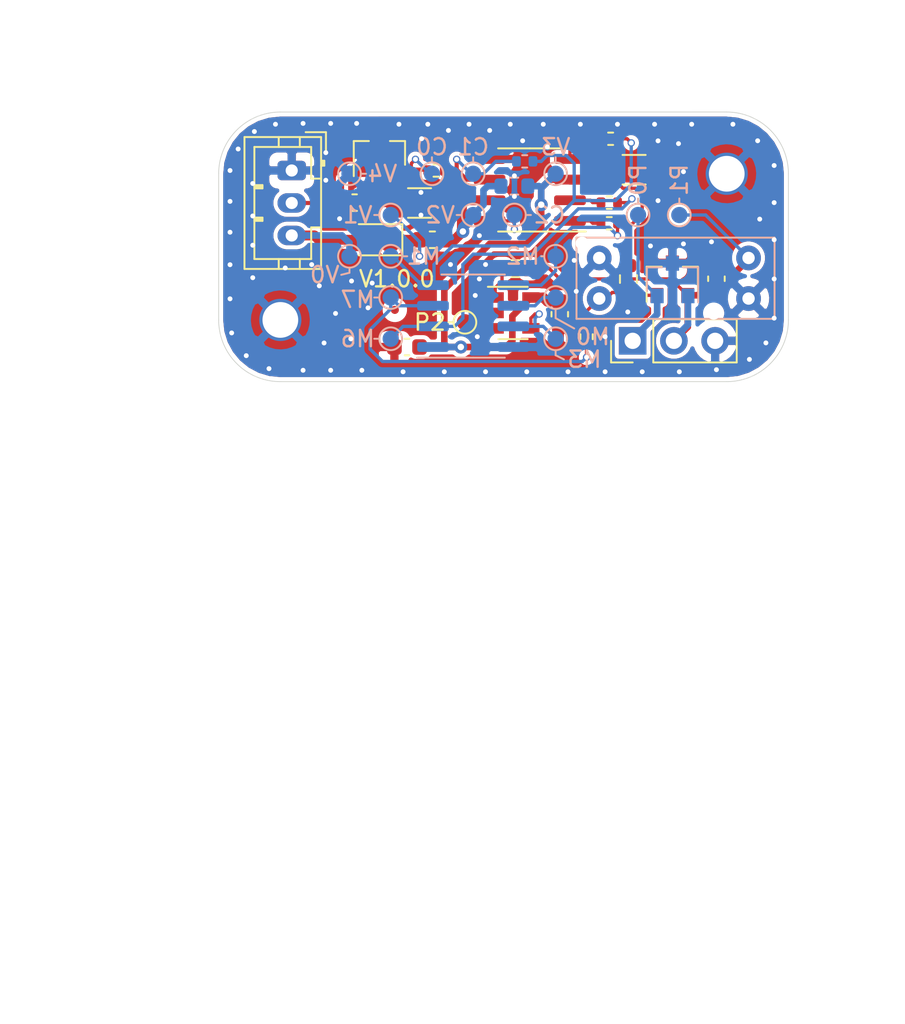
<source format=kicad_pcb>
(kicad_pcb (version 20171130) (host pcbnew "(5.1.9)-1")
  (layers (0 F.Cu signal) (31 B.Cu signal) (34 B.Paste user) (35 F.Paste user) (36 B.SilkS user) (37 F.SilkS user) (38 B.Mask user) (39 F.Mask user) (44 Edge.Cuts user))
  (net 0 "")
  (net 1 GND)
  (net 2 +5V)
  (net 3 PA7_AC0_AINP0)
  (net 4 PA1_USART0_TXD)
  (net 5 /OS_OUTPUT)
  (net 6 /OS_INPUT)
  (net 7 PA0_UPDI)
  (net 8 /VIN_FILT)
  (net 9 /LIN_IN)
  (net 10 /VIN)
  (net 11 /LIN_BUS)
  (net 12 "Net-(R3-Pad1)")
  (net 13 PA2_USART0_RXD)
  (net 14 PA6_GPIO)
  (net 15 PA3_TCA0_W0)
  (net 16 "Net-(D1-Pad1)")
  (net 17 "Net-(R2-Pad1)")
  (net 18 "Net-(R4-Pad2)")
  (net 19 "Net-(R8-Pad1)")
  (net 20 "Net-(TP8-Pad1)")
  (net 21 "Net-(TP17-Pad1)")
  (module Capacitor_SMD:C_1206_3216Metric (layer F.Cu) (at -6.299 -11.811)
    (fp_text reference C2 hide)
    (fp_text value 10u)
    (pad 2 smd roundrect (at 1.475 0) (size 1.15 1.8) (layers F.Cu F.Paste F.Mask) (roundrect_rratio 0.217391) (net 1 GND))
    (pad 1 smd roundrect (at -1.475 0) (size 1.15 1.8) (layers F.Cu F.Paste F.Mask) (roundrect_rratio 0.217391) (net 2 +5V))
  )
  (module Capacitor_SMD:C_1206_3216Metric (layer F.Cu) (at -19.516 -9.762 180)
    (fp_text reference C1 hide)
    (fp_text value 10u)
    (pad 2 smd roundrect (at 1.475 0 180) (size 1.15 1.8) (layers F.Cu F.Paste F.Mask) (roundrect_rratio 0.217391) (net 1 GND))
    (pad 1 smd roundrect (at -1.475 0 180) (size 1.15 1.8) (layers F.Cu F.Paste F.Mask) (roundrect_rratio 0.217391) (net 8 /VIN_FILT))
  )
  (module Connector_JST:JST_PH_B3B-PH-K_1x03_P2.00mm_Vertical (layer F.Cu) (at -27.391 -11.762 270)
    (fp_text reference J1 hide)
    (fp_text value Conn_01x03)
    (pad 3 thru_hole oval (at 4 0 270) (size 1.2 1.75) (drill 0.75) (layers *.Cu *.Mask) (net 10 /VIN))
    (pad 2 thru_hole oval (at 2 0 270) (size 1.2 1.75) (drill 0.75) (layers *.Cu *.Mask) (net 9 /LIN_IN))
    (pad 1 thru_hole roundrect (at 0 0 270) (size 1.2 1.75) (drill 0.75) (layers *.Cu *.Mask) (roundrect_rratio 0.208333) (net 1 GND))
  )
  (module Resistor_SMD:R_0603_1608Metric (layer B.Cu) (at -13.672 -10.8)
    (fp_text reference R9)
    (fp_text value 0 hide)
    (pad 2 smd roundrect (at 0.825 0) (size 0.8 0.95) (layers B.Cu B.Paste B.Mask) (net 2 +5V))
    (pad 1 smd roundrect (at -0.825 0) (size 0.8 0.95) (layers B.Cu B.Paste B.Mask) (net 8 /VIN_FILT))
  )
  (module Resistor_SMD:R_0402_1005Metric (layer B.Cu) (at -13.037 -12.324 180)
    (fp_text reference R1)
    (fp_text value 0 hide)
    (pad 2 smd roundrect (at 0.51 0 180) (size 0.54 0.64) (layers B.Cu B.Paste B.Mask) (net 11 /LIN_BUS))
    (pad 1 smd roundrect (at -0.51 0 180) (size 0.54 0.64) (layers B.Cu B.Paste B.Mask) (net 4 PA1_USART0_TXD))
  )
  (module local:EE-SX199 (layer B.Cu) (at 0.754 -6.378 180)
    (fp_text reference U1)
    (fp_text value EE-SX199 hide)
    (pad 4 thru_hole circle (at 9.2 0 180) (size 1.524 1.524) (drill 0.762) (layers *.Cu *.Mask) (net 1 GND))
    (pad 3 thru_hole circle (at 9.2 -2.5 180) (size 1.524 1.524) (drill 0.762) (layers *.Cu *.Mask) (net 6 /OS_INPUT))
    (pad 2 thru_hole circle (at 0 -2.5 180) (size 1.524 1.524) (drill 0.762) (layers *.Cu *.Mask) (net 1 GND))
    (pad 1 thru_hole circle (at 0 0 180) (size 1.524 1.524) (drill 0.762) (layers *.Cu *.Mask) (net 5 /OS_OUTPUT))
    (pad "" np_thru_hole circle (at 10.25 0.9 180) (size 0.8 0.8) (drill 0.8) (layers *.Cu *.Mask))
    (pad "" np_thru_hole circle (at 2.15 -3.4 180) (size 0.8 0.8) (drill 0.8) (layers *.Cu *.Mask))
  )
  (module TestPoint:TestPoint_Pad_D1.0mm (layer F.Cu) (at -16.72 -2.418)
    (fp_text reference TP17)
    (fp_text value P2 (at -2.159 0) (layer F.SilkS))
    (pad 1 smd circle (at 0 0) (size 1 1) (layers F.Cu F.Mask) (net 21 "Net-(TP17-Pad1)"))
  )
  (module TestPoint:TestPoint_Pad_D1.0mm (layer B.Cu) (at -13.672 -9.022)
    (fp_text reference TP8)
    (fp_text value C2 (at 2.159 0) (layer B.SilkS) (effects (justify mirror)))
    (pad 1 smd circle (at 0 0) (size 1 1) (layers B.Cu B.Mask) (net 20 "Net-(TP8-Pad1)"))
  )
  (module Package_TO_SOT_SMD:SOT-23-5 (layer F.Cu) (at -13.756 -2.992)
    (fp_text reference U5)
    (fp_text value AP22804AW5 hide)
    (pad 5 smd rect (at 1.1 -0.95) (size 1.06 0.65) (layers F.Cu F.Paste F.Mask) (net 2 +5V))
    (pad 4 smd rect (at 1.1 0.95) (size 1.06 0.65) (layers F.Cu F.Paste F.Mask) (net 15 PA3_TCA0_W0))
    (pad 3 smd rect (at -1.1 0.95) (size 1.06 0.65) (layers F.Cu F.Paste F.Mask) (net 21 "Net-(TP17-Pad1)"))
    (pad 2 smd rect (at -1.1 0) (size 1.06 0.65) (layers F.Cu F.Paste F.Mask) (net 1 GND))
    (pad 1 smd rect (at -1.1 -0.95) (size 1.06 0.65) (layers F.Cu F.Paste F.Mask) (net 19 "Net-(R8-Pad1)"))
  )
  (module TestPoint:TestPoint_Pad_D1.0mm (layer B.Cu) (at -11.132 -11.562)
    (fp_text reference TP4)
    (fp_text value V3 (at 0 -1.651) (layer B.SilkS) (effects (justify mirror)))
    (pad 1 smd circle (at 0 0) (size 1 1) (layers B.Cu B.Mask) (net 2 +5V))
  )
  (module TestPoint:TestPoint_Pad_D1.0mm (layer B.Cu) (at -16.212 -11.562)
    (fp_text reference TP7)
    (fp_text value C1 (at 0 -1.651) (layer B.SilkS) (effects (justify mirror)))
    (pad 1 smd circle (at 0 0) (size 1 1) (layers B.Cu B.Mask) (net 11 /LIN_BUS))
  )
  (module Resistor_SMD:R_0402_1005Metric (layer F.Cu) (at -9.227 -1.527 270)
    (fp_text reference R7)
    (fp_text value 0 hide)
    (pad 2 smd roundrect (at 0.51 0 270) (size 0.54 0.64) (layers F.Cu F.Paste F.Mask) (net 3 PA7_AC0_AINP0))
    (pad 1 smd roundrect (at -0.51 0 270) (size 0.54 0.64) (layers F.Cu F.Paste F.Mask) (net 6 /OS_INPUT))
  )
  (module Resistor_SMD:R_0402_1005Metric (layer F.Cu) (at -7.828 -9.784 180)
    (fp_text reference R4)
    (fp_text value 0 hide)
    (pad 2 smd roundrect (at 0.51 0 180) (size 0.54 0.64) (layers F.Cu F.Paste F.Mask) (net 18 "Net-(R4-Pad2)"))
    (pad 1 smd roundrect (at -0.51 0 180) (size 0.54 0.64) (layers F.Cu F.Paste F.Mask) (net 14 PA6_GPIO))
  )
  (module Resistor_SMD:R_0402_1005Metric (layer F.Cu) (at -7.743 -13.716)
    (fp_text reference R3)
    (fp_text value 0 hide)
    (pad 2 smd roundrect (at 0.51 0) (size 0.54 0.64) (layers F.Cu F.Paste F.Mask) (net 4 PA1_USART0_TXD))
    (pad 1 smd roundrect (at -0.51 0) (size 0.54 0.64) (layers F.Cu F.Paste F.Mask) (net 12 "Net-(R3-Pad1)"))
  )
  (module Resistor_SMD:R_0402_1005Metric (layer F.Cu) (at -7.828 -8.514)
    (fp_text reference R2)
    (fp_text value 0 hide)
    (pad 2 smd roundrect (at 0.51 0) (size 0.54 0.64) (layers F.Cu F.Paste F.Mask) (net 13 PA2_USART0_RXD))
    (pad 1 smd roundrect (at -0.51 0) (size 0.54 0.64) (layers F.Cu F.Paste F.Mask) (net 17 "Net-(R2-Pad1)"))
  )
  (module Resistor_SMD:R_0402_1005Metric (layer F.Cu) (at -18.501 -11.762 180)
    (fp_text reference R5)
    (fp_text value 0 hide)
    (pad 2 smd roundrect (at 0.51 0 180) (size 0.54 0.64) (layers F.Cu F.Paste F.Mask) (net 9 /LIN_IN))
    (pad 1 smd roundrect (at -0.51 0 180) (size 0.54 0.64) (layers F.Cu F.Paste F.Mask) (net 11 /LIN_BUS))
  )
  (module MountingHole:MountingHole_2.2mm_M2_DIN965_Pad_TopOnly (layer F.Cu) (at -0.591 -11.562)
    (fp_text reference H2)
    (fp_text value MountingHole_Pad hide)
    (pad 1 connect circle (at 0 0) (size 3.8 3.8) (layers F.Cu F.Mask) (net 1 GND))
    (pad 1 thru_hole circle (at 0 0) (size 2.6 2.6) (drill 2.2) (layers *.Cu *.Mask) (net 1 GND))
  )
  (module MountingHole:MountingHole_2.2mm_M2_DIN965_Pad_TopOnly (layer F.Cu) (at -28.091 -2.562)
    (fp_text reference H1)
    (fp_text value MountingHole_Pad hide)
    (pad 1 connect circle (at 0 0) (size 3.8 3.8) (layers F.Cu F.Mask) (net 1 GND))
    (pad 1 thru_hole circle (at 0 0) (size 2.6 2.6) (drill 2.2) (layers *.Cu *.Mask) (net 1 GND))
  )
  (module Capacitor_SMD:C_0603_1608Metric (layer F.Cu) (at -10.878 -2.913 90)
    (fp_text reference C5)
    (fp_text value 100n hide)
    (pad 2 smd roundrect (at 0.775 0 90) (size 0.9 0.95) (layers F.Cu F.Paste F.Mask) (net 2 +5V))
    (pad 1 smd roundrect (at -0.775 0 90) (size 0.9 0.95) (layers F.Cu F.Paste F.Mask) (net 1 GND))
  )
  (module Capacitor_SMD:C_0603_1608Metric (layer F.Cu) (at -23.516 -9.784)
    (fp_text reference C3)
    (fp_text value 22p hide)
    (pad 2 smd roundrect (at 0.775 0) (size 0.9 0.95) (layers F.Cu F.Paste F.Mask) (net 1 GND))
    (pad 1 smd roundrect (at -0.775 0) (size 0.9 0.95) (layers F.Cu F.Paste F.Mask) (net 9 /LIN_IN))
  )
  (module Package_SO:SOIC-8_3.9x4.9mm_P1.27mm (layer F.Cu) (at -12.725 -10.565 180)
    (fp_text reference U2)
    (fp_text value MCP2021A-xxxxSN hide)
    (pad 8 smd roundrect (at 2.475 -1.905 180) (size 1.95 0.6) (layers F.Cu F.Paste F.Mask) (net 20 "Net-(TP8-Pad1)"))
    (pad 7 smd roundrect (at 2.475 -0.635 180) (size 1.95 0.6) (layers F.Cu F.Paste F.Mask) (net 8 /VIN_FILT))
    (pad 6 smd roundrect (at 2.475 0.635 180) (size 1.95 0.6) (layers F.Cu F.Paste F.Mask) (net 11 /LIN_BUS))
    (pad 5 smd roundrect (at 2.475 1.905 180) (size 1.95 0.6) (layers F.Cu F.Paste F.Mask) (net 1 GND))
    (pad 4 smd roundrect (at -2.475 1.905 180) (size 1.95 0.6) (layers F.Cu F.Paste F.Mask) (net 12 "Net-(R3-Pad1)"))
    (pad 3 smd roundrect (at -2.475 0.635 180) (size 1.95 0.6) (layers F.Cu F.Paste F.Mask) (net 2 +5V))
    (pad 2 smd roundrect (at -2.475 -0.635 180) (size 1.95 0.6) (layers F.Cu F.Paste F.Mask) (net 18 "Net-(R4-Pad2)"))
    (pad 1 smd roundrect (at -2.475 -1.905 180) (size 1.95 0.6) (layers F.Cu F.Paste F.Mask) (net 17 "Net-(R2-Pad1)"))
  )
  (module Fiducial:Fiducial_0.5mm_Mask1.5mm (layer F.Cu) (at -3.512 -9.022)
    (fp_text reference FID1)
    (fp_text value Fiducial hide)
    (pad "" smd circle (at 0 0) (size 0.5 0.5) (layers F.Cu F.Mask) (clearance 0.5))
  )
  (module Fiducial:Fiducial_0.5mm_Mask1.5mm (layer F.Cu) (at -21.038 -3.18)
    (fp_text reference FID2)
    (fp_text value Fiducial hide)
    (pad "" smd circle (at 0 0) (size 0.5 0.5) (layers F.Cu F.Mask) (clearance 0.5))
  )
  (module TestPoint:TestPoint_Pad_D1.0mm (layer B.Cu) (at -3.512 -9.022 180)
    (fp_text reference TP16)
    (fp_text value P1 (at 0 2.159 90) (layer B.SilkS) (effects (justify mirror)))
    (pad 1 smd circle (at 0 0 180) (size 1 1) (layers B.Cu B.Mask) (net 5 /OS_OUTPUT))
  )
  (module TestPoint:TestPoint_Pad_D1.0mm (layer B.Cu) (at -6.052 -9.022)
    (fp_text reference TP14)
    (fp_text value P0 (at 0 -2.159 270) (layer B.SilkS) (effects (justify mirror)))
    (pad 1 smd circle (at 0 0) (size 1 1) (layers B.Cu B.Mask) (net 6 /OS_INPUT))
  )
  (module TestPoint:TestPoint_Pad_D1.0mm (layer B.Cu) (at -21.292 -3.942)
    (fp_text reference TP15)
    (fp_text value M7 (at -2.032 0.127) (layer B.SilkS) (effects (justify mirror)))
    (pad 1 smd circle (at 0 0) (size 1 1) (layers B.Cu B.Mask) (net 3 PA7_AC0_AINP0))
  )
  (module TestPoint:TestPoint_Pad_D1.0mm (layer B.Cu) (at -21.292 -1.402)
    (fp_text reference TP13)
    (fp_text value M6 (at -2.032 0 180) (layer B.SilkS) (effects (justify mirror)))
    (pad 1 smd circle (at 0 0) (size 1 1) (layers B.Cu B.Mask) (net 14 PA6_GPIO))
  )
  (module TestPoint:TestPoint_Pad_D1.0mm (layer B.Cu) (at -11.132 -1.402)
    (fp_text reference TP12)
    (fp_text value M3 (at 1.778 1.27 180) (layer B.SilkS) (effects (justify mirror)))
    (pad 1 smd circle (at 0 0) (size 1 1) (layers B.Cu B.Mask) (net 15 PA3_TCA0_W0))
  )
  (module TestPoint:TestPoint_Pad_D1.0mm (layer B.Cu) (at -11.132 -6.482)
    (fp_text reference TP11)
    (fp_text value M2 (at -2.032 0) (layer B.SilkS) (effects (justify mirror)))
    (pad 1 smd circle (at 0 0) (size 1 1) (layers B.Cu B.Mask) (net 13 PA2_USART0_RXD))
  )
  (module TestPoint:TestPoint_Pad_D1.0mm (layer B.Cu) (at -21.292 -6.482)
    (fp_text reference TP10)
    (fp_text value M1 (at 2.032 0) (layer B.SilkS) (effects (justify mirror)))
    (pad 1 smd circle (at 0 0) (size 1 1) (layers B.Cu B.Mask) (net 4 PA1_USART0_TXD))
  )
  (module TestPoint:TestPoint_Pad_D1.0mm (layer B.Cu) (at -11.132 -3.942)
    (fp_text reference TP9)
    (fp_text value M0 (at 2.286 2.413 180) (layer B.SilkS) (effects (justify mirror)))
    (pad 1 smd circle (at 0 0) (size 1 1) (layers B.Cu B.Mask) (net 7 PA0_UPDI))
  )
  (module TestPoint:TestPoint_Pad_D1.0mm (layer B.Cu) (at -23.832 -11.562)
    (fp_text reference TP5)
    (fp_text value V4 (at 2.032 0) (layer B.SilkS) (effects (justify mirror)))
    (pad 1 smd circle (at 0 0) (size 1 1) (layers B.Cu B.Mask) (net 1 GND))
  )
  (module TestPoint:TestPoint_Pad_D1.0mm (layer B.Cu) (at -16.212 -9.022)
    (fp_text reference TP3)
    (fp_text value V2 (at -2.032 0) (layer B.SilkS) (effects (justify mirror)))
    (pad 1 smd circle (at 0 0) (size 1 1) (layers B.Cu B.Mask) (net 8 /VIN_FILT))
  )
  (module TestPoint:TestPoint_Pad_D1.0mm (layer B.Cu) (at -18.752 -11.562)
    (fp_text reference TP6)
    (fp_text value C0 (at 0 -1.651 180) (layer B.SilkS) (effects (justify mirror)))
    (pad 1 smd circle (at 0 0) (size 1 1) (layers B.Cu B.Mask) (net 9 /LIN_IN))
  )
  (module TestPoint:TestPoint_Pad_D1.0mm (layer B.Cu) (at -21.292 -9.022)
    (fp_text reference TP2)
    (fp_text value V1 (at -2.032 0 180) (layer B.SilkS) (effects (justify mirror)))
    (pad 1 smd circle (at 0 0) (size 1 1) (layers B.Cu B.Mask) (net 16 "Net-(D1-Pad1)"))
  )
  (module TestPoint:TestPoint_Pad_D1.0mm (layer B.Cu) (at -23.832 -6.482)
    (fp_text reference TP1)
    (fp_text value V0 (at -1.524 1.143) (layer B.SilkS) (effects (justify mirror)))
    (pad 1 smd circle (at 0 0) (size 1 1) (layers B.Cu B.Mask) (net 10 /VIN))
  )
  (module Package_SO:SOIC-8_3.9x4.9mm_P1.27mm (layer B.Cu) (at -16.212 -2.799)
    (fp_text reference U4)
    (fp_text value ATtiny202-SS hide)
    (pad 8 smd roundrect (at 2.475 1.905) (size 1.95 0.6) (layers B.Cu B.Paste B.Mask) (net 1 GND))
    (pad 7 smd roundrect (at 2.475 0.635) (size 1.95 0.6) (layers B.Cu B.Paste B.Mask) (net 15 PA3_TCA0_W0))
    (pad 6 smd roundrect (at 2.475 -0.635) (size 1.95 0.6) (layers B.Cu B.Paste B.Mask) (net 7 PA0_UPDI))
    (pad 5 smd roundrect (at 2.475 -1.905) (size 1.95 0.6) (layers B.Cu B.Paste B.Mask) (net 13 PA2_USART0_RXD))
    (pad 4 smd roundrect (at -2.475 -1.905) (size 1.95 0.6) (layers B.Cu B.Paste B.Mask) (net 4 PA1_USART0_TXD))
    (pad 3 smd roundrect (at -2.475 -0.635) (size 1.95 0.6) (layers B.Cu B.Paste B.Mask) (net 3 PA7_AC0_AINP0))
    (pad 2 smd roundrect (at -2.475 0.635) (size 1.95 0.6) (layers B.Cu B.Paste B.Mask) (net 14 PA6_GPIO))
    (pad 1 smd roundrect (at -2.475 1.905) (size 1.95 0.6) (layers B.Cu B.Paste B.Mask) (net 2 +5V))
  )
  (module Package_TO_SOT_SMD:SOT-23 (layer F.Cu) (at -3.946 -5.078 90)
    (fp_text reference D3)
    (fp_text value SP0502BAHT hide)
    (pad 3 smd rect (at 1 0 90) (size 0.9 0.8) (layers F.Cu F.Paste F.Mask) (net 1 GND))
    (pad 2 smd rect (at -1 0.95 90) (size 0.9 0.8) (layers F.Cu F.Paste F.Mask) (net 5 /OS_OUTPUT))
    (pad 1 smd rect (at -1 -0.95 90) (size 0.9 0.8) (layers F.Cu F.Paste F.Mask) (net 6 /OS_INPUT))
  )
  (module Package_TO_SOT_SMD:SOT-23 (layer B.Cu) (at -3.928 -5.04 90)
    (fp_text reference U3)
    (fp_text value SM351LT hide)
    (pad 3 smd rect (at 1 0 90) (size 0.9 0.8) (layers B.Cu B.Paste B.Mask) (net 1 GND))
    (pad 2 smd rect (at -1 -0.95 90) (size 0.9 0.8) (layers B.Cu B.Paste B.Mask) (net 6 /OS_INPUT))
    (pad 1 smd rect (at -1 0.95 90) (size 0.9 0.8) (layers B.Cu B.Paste B.Mask) (net 5 /OS_OUTPUT))
  )
  (module Resistor_SMD:R_0603_1608Metric (layer F.Cu) (at -13.609 -5.72)
    (fp_text reference R8)
    (fp_text value 100 hide)
    (pad 2 smd roundrect (at 0.825 0) (size 0.8 0.95) (layers F.Cu F.Paste F.Mask) (net 5 /OS_OUTPUT))
    (pad 1 smd roundrect (at -0.825 0) (size 0.8 0.95) (layers F.Cu F.Paste F.Mask) (net 19 "Net-(R8-Pad1)"))
  )
  (module Resistor_SMD:R_0603_1608Metric (layer F.Cu) (at -6.646 -5.078 90)
    (fp_text reference R6)
    (fp_text value 1k hide)
    (pad 2 smd roundrect (at 0.825 0 90) (size 0.8 0.95) (layers F.Cu F.Paste F.Mask) (net 2 +5V))
    (pad 1 smd roundrect (at -0.825 0 90) (size 0.8 0.95) (layers F.Cu F.Paste F.Mask) (net 6 /OS_INPUT))
  )
  (module Inductor_SMD:L_0603_1608Metric (layer F.Cu) (at -18.7265 -7.498)
    (fp_text reference L1)
    (fp_text value 10uH hide)
    (pad 2 smd roundrect (at 0.7875 0) (size 0.875 0.95) (layers F.Cu F.Paste F.Mask) (net 8 /VIN_FILT))
    (pad 1 smd roundrect (at -0.7875 0) (size 0.875 0.95) (layers F.Cu F.Paste F.Mask) (net 16 "Net-(D1-Pad1)"))
  )
  (module Connector_PinHeader_2.54mm:PinHeader_1x03_P2.54mm_Vertical (layer F.Cu) (at -6.386 -1.275 90)
    (fp_text reference J2)
    (fp_text value Conn_01x03 hide)
    (pad 3 thru_hole oval (at 0 5.08 90) (size 1.7 1.7) (drill 1) (layers *.Cu *.Mask) (net 1 GND))
    (pad 2 thru_hole oval (at 0 2.54 90) (size 1.7 1.7) (drill 1) (layers *.Cu *.Mask) (net 5 /OS_OUTPUT))
    (pad 1 thru_hole rect (at 0 0 90) (size 1.7 1.7) (drill 1) (layers *.Cu *.Mask) (net 6 /OS_INPUT))
  )
  (module Diode_SMD:D_0805_2012Metric (layer F.Cu) (at -22.2595 -7.498 180)
    (fp_text reference D1)
    (fp_text value D hide)
    (pad 2 smd roundrect (at 0.9375 0 180) (size 0.975 1.4) (layers F.Cu F.Paste F.Mask) (net 10 /VIN))
    (pad 1 smd roundrect (at -0.9375 0 180) (size 0.975 1.4) (layers F.Cu F.Paste F.Mask) (net 16 "Net-(D1-Pad1)"))
  )
  (module Package_TO_SOT_SMD:SOT-23 (layer F.Cu) (at -21.988 -12.816 90)
    (fp_text reference D2)
    (fp_text value SP0502BAHT hide)
    (pad 3 smd rect (at 1 0 90) (size 0.9 0.8) (layers F.Cu F.Paste F.Mask) (net 1 GND))
    (pad 2 smd rect (at -1 0.95 90) (size 0.9 0.8) (layers F.Cu F.Paste F.Mask) (net 9 /LIN_IN))
    (pad 1 smd rect (at -1 -0.95 90) (size 0.9 0.8) (layers F.Cu F.Paste F.Mask) (net 9 /LIN_IN))
  )
  (module Capacitor_SMD:C_0603_1608Metric (layer F.Cu) (at -1.226 -5.098 90)
    (fp_text reference C6)
    (fp_text value 100n hide)
    (pad 2 smd roundrect (at 0.775 0 90) (size 0.9 0.95) (layers F.Cu F.Paste F.Mask) (net 1 GND))
    (pad 1 smd roundrect (at -0.775 0 90) (size 0.9 0.95) (layers F.Cu F.Paste F.Mask) (net 5 /OS_OUTPUT))
  )
  (module Capacitor_SMD:C_0603_1608Metric (layer F.Cu) (at -20.289 -0.894 180)
    (fp_text reference C4)
    (fp_text value 100n hide)
    (pad 2 smd roundrect (at 0.775 0 180) (size 0.9 0.95) (layers F.Cu F.Paste F.Mask) (net 1 GND))
    (pad 1 smd roundrect (at -0.775 0 180) (size 0.9 0.95) (layers F.Cu F.Paste F.Mask) (net 2 +5V))
  )
  (gr_line (start 3.209 -11.562) (end 3.210316 -2.562) (layer Edge.Cuts) (width 0.05))
  (gr_line (start -31.892316 -11.562) (end -31.891 -2.562) (layer Edge.Cuts) (width 0.05))
  (gr_line (start -28.091 1.238) (end -0.591 1.238) (layer Edge.Cuts) (width 0.05))
  (gr_arc (start -0.591 -2.562) (end -0.591 1.238) (angle -90) (layer Edge.Cuts) (width 0.05))
  (gr_arc (start -28.091 -11.562) (end -28.091 -15.362) (angle -90) (layer Edge.Cuts) (width 0.05))
  (gr_arc (start -28.091 -2.562) (end -31.891 -2.562) (angle -90) (layer Edge.Cuts) (width 0.05))
  (gr_arc (start -0.591 -11.562) (end 3.209 -11.562) (angle -90) (layer Edge.Cuts) (width 0.05))
  (gr_line (start -17.42 -2.418) (end -17.736 -2.418) (layer F.SilkS) (width 0.12))
  (gr_line (start -21.992 -1.402) (end -22.308 -1.402) (layer B.SilkS) (width 0.12))
  (gr_line (start -21.992 -3.942) (end -22.308 -3.942) (layer B.SilkS) (width 0.12))
  (gr_line (start -11.132 -12.262) (end -11.132 -12.578) (layer B.SilkS) (width 0.12))
  (gr_line (start -12.656 -9.022) (end -12.972 -9.022) (layer B.SilkS) (width 0.12))
  (gr_line (start -16.212 -12.262) (end -16.212 -12.578) (layer B.SilkS) (width 0.12))
  (gr_line (start -18.752 -12.262) (end -18.752 -12.578) (layer B.SilkS) (width 0.12))
  (gr_line (start -23.132 -11.562) (end -22.816 -11.562) (layer B.SilkS) (width 0.12))
  (gr_line (start -21.992 -9.022) (end -22.308 -9.022) (layer B.SilkS) (width 0.12))
  (gr_line (start -16.912 -9.022) (end -17.228 -9.022) (layer B.SilkS) (width 0.12))
  (gr_line (start -23.832 -5.466) (end -24.34 -5.339) (layer B.SilkS) (width 0.12))
  (gr_line (start -23.832 -5.782) (end -23.832 -5.466) (layer B.SilkS) (width 0.12))
  (gr_line (start -20.592 -6.482) (end -20.276 -6.482) (layer B.SilkS) (width 0.12))
  (gr_line (start -6.052 -9.722) (end -6.052 -10.038) (layer B.SilkS) (width 0.12))
  (gr_line (start -3.512 -9.722) (end -3.512 -10.038) (layer B.SilkS) (width 0.12))
  (gr_line (start -11.132 -0.386) (end -10.624 -0.132) (layer B.SilkS) (width 0.12))
  (gr_line (start -11.132 -0.702) (end -11.132 -0.386) (layer B.SilkS) (width 0.12))
  (gr_line (start -11.832 -6.482) (end -12.021 -6.482) (layer B.SilkS) (width 0.12))
  (gr_line (start -11.132 -2.672) (end -9.989 -2.037) (layer B.SilkS) (width 0.12))
  (gr_line (start -11.132 -3.242) (end -11.132 -2.672) (layer B.SilkS) (width 0.12))
  (gr_line (start -28.091 -15.362) (end -0.591 -15.363316) (layer Edge.Cuts) (width 0.05))
  (gr_text V1.0.0 (at -20.911 -5.085) (layer F.SilkS) (effects (font (size 1 1))))
  (via (at -16.085 -4.069) (size 0.45) (drill 0.3) (layers F.Cu B.Cu) (net 1))
  (via (at -15.831 -5.085) (size 0.45) (drill 0.3) (layers F.Cu B.Cu) (net 1))
  (via (at -10.37 0.63) (size 0.45) (drill 0.3) (layers F.Cu B.Cu) (net 1))
  (via (at -15.45 0.63) (size 0.45) (drill 0.3) (layers F.Cu B.Cu) (net 1))
  (via (at -15.958 -1.529) (size 0.45) (drill 0.3) (layers F.Cu B.Cu) (net 1))
  (via (at -12.91 0.63) (size 0.45) (drill 0.3) (layers F.Cu B.Cu) (net 1))
  (via (at -23.07 0.538) (size 0.45) (drill 0.3) (layers F.Cu B.Cu) (net 1))
  (via (at -22.689 -3.307) (size 0.45) (drill 0.3) (layers F.Cu B.Cu) (net 1))
  (via (at -23.705 -4.958) (size 0.45) (drill 0.3) (layers F.Cu B.Cu) (net 1))
  (via (at -25.691 -4.662) (size 0.45) (drill 0.3) (layers F.Cu B.Cu) (net 1))
  (via (at -24.4416 -8.7934) (size 0.45) (drill 0.3) (layers F.Cu B.Cu) (net 1))
  (via (at -23.391 -14.662) (size 0.45) (drill 0.3) (layers F.Cu B.Cu) (net 1))
  (via (at -19.387 -13.721) (size 0.45) (drill 0.3) (layers F.Cu B.Cu) (net 1))
  (via (at -17.736 -14.229) (size 0.45) (drill 0.3) (layers F.Cu B.Cu) (net 1))
  (via (at -15.196 -14.229) (size 0.45) (drill 0.3) (layers F.Cu B.Cu) (net 1))
  (via (at -11.894 -14.61) (size 0.45) (drill 0.3) (layers F.Cu B.Cu) (net 1))
  (via (at -9.608 -14.61) (size 0.45) (drill 0.3) (layers F.Cu B.Cu) (net 1))
  (via (at -7.322 -14.61) (size 0.45) (drill 0.3) (layers F.Cu B.Cu) (net 1))
  (via (at -4.824 -13.589) (size 0.45) (drill 0.3) (layers F.Cu B.Cu) (net 1))
  (via (at -4.824 -9.906) (size 0.45) (drill 0.3) (layers F.Cu B.Cu) (net 1))
  (via (at -3.258 -11.689) (size 0.45) (drill 0.3) (layers F.Cu B.Cu) (net 1))
  (via (at 1.314 -13.594) (size 0.45) (drill 0.3) (layers F.Cu B.Cu) (net 1))
  (via (at -0.21 -14.61) (size 0.45) (drill 0.3) (layers F.Cu B.Cu) (net 1))
  (via (at 1.441 -8.768) (size 0.45) (drill 0.3) (layers F.Cu B.Cu) (net 1))
  (via (at 2.33 -7.498) (size 0.45) (drill 0.3) (layers F.Cu B.Cu) (net 1))
  (via (at 2.33 -5.085) (size 0.45) (drill 0.3) (layers F.Cu B.Cu) (net 1))
  (via (at 2.33 -2.672) (size 0.45) (drill 0.3) (layers F.Cu B.Cu) (net 1))
  (via (at 1.822 -1.148) (size 0.45) (drill 0.3) (layers F.Cu B.Cu) (net 1))
  (via (at 0.806 -0.132) (size 0.45) (drill 0.3) (layers F.Cu B.Cu) (net 1))
  (via (at -1.226 0.503) (size 0.45) (drill 0.3) (layers F.Cu B.Cu) (net 1))
  (via (at -5.798 0.63) (size 0.45) (drill 0.3) (layers F.Cu B.Cu) (net 1))
  (via (at -8.084 0.63) (size 0.45) (drill 0.3) (layers F.Cu B.Cu) (net 1))
  (via (at -9.989 -6.228) (size 0.45) (drill 0.3) (layers F.Cu B.Cu) (net 1))
  (via (at -9.862 -4.323) (size 0.45) (drill 0.3) (layers F.Cu B.Cu) (net 1))
  (via (at -17.609 -5.974) (size 0.45) (drill 0.3) (layers F.Cu B.Cu) (net 1))
  (via (at -13.672 -11.435) (size 0.45) (drill 0.3) (layers F.Cu B.Cu) (net 1))
  (via (at -11.64 -13.213) (size 0.45) (drill 0.3) (layers F.Cu B.Cu) (net 1))
  (via (at -5.29 -7.117) (size 0.45) (drill 0.3) (layers F.Cu B.Cu) (net 1))
  (via (at -3.258 -7.244) (size 0.45) (drill 0.3) (layers F.Cu B.Cu) (net 1))
  (via (at 2.33 -12.07) (size 0.45) (drill 0.3) (layers F.Cu B.Cu) (net 1))
  (via (at -29.791 -5.162) (size 0.45) (drill 0.3) (layers F.Cu B.Cu) (net 1))
  (via (at -26.16 -5.969) (size 0.45) (drill 0.3) (layers F.Cu B.Cu) (net 1))
  (via (at -25.398 -1.143) (size 0.45) (drill 0.3) (layers F.Cu B.Cu) (net 1))
  (via (at -24.991 0.538) (size 0.45) (drill 0.3) (layers F.Cu B.Cu) (net 1))
  (via (at -24.991 -14.662) (size 0.45) (drill 0.3) (layers F.Cu B.Cu) (net 1))
  (via (at -31.191 -11.762) (size 0.45) (drill 0.3) (layers F.Cu B.Cu) (net 1))
  (via (at -30.691 -13.086) (size 0.45) (drill 0.3) (layers F.Cu B.Cu) (net 1))
  (via (at -23.747 -1.397) (size 0.45) (drill 0.3) (layers F.Cu B.Cu) (net 1))
  (via (at -22.435 -4.831) (size 0.45) (drill 0.3) (layers F.Cu B.Cu) (net 1))
  (via (at -24.691 -2.962) (size 0.45) (drill 0.3) (layers F.Cu B.Cu) (net 1))
  (via (at -29.691 -14.162) (size 0.45) (drill 0.3) (layers F.Cu B.Cu) (net 1))
  (via (at -28.391 -14.61) (size 0.45) (drill 0.3) (layers F.Cu B.Cu) (net 1))
  (via (at -26.691 -14.662) (size 0.45) (drill 0.3) (layers F.Cu B.Cu) (net 1))
  (via (at -20.784 -14.61) (size 0.45) (drill 0.3) (layers F.Cu B.Cu) (net 1))
  (via (at -19.006 -14.61) (size 0.45) (drill 0.3) (layers F.Cu B.Cu) (net 1))
  (via (at -16.466 -14.61) (size 0.45) (drill 0.3) (layers F.Cu B.Cu) (net 1))
  (via (at -13.926 -14.61) (size 0.45) (drill 0.3) (layers F.Cu B.Cu) (net 1))
  (via (at -5.036 -14.61) (size 0.45) (drill 0.3) (layers F.Cu B.Cu) (net 1))
  (via (at -2.75 -14.61) (size 0.45) (drill 0.3) (layers F.Cu B.Cu) (net 1))
  (via (at 2.33 -9.784) (size 0.45) (drill 0.3) (layers F.Cu B.Cu) (net 1))
  (via (at -3.512 0.63) (size 0.45) (drill 0.3) (layers F.Cu B.Cu) (net 1))
  (via (at -17.99 0.63) (size 0.45) (drill 0.3) (layers F.Cu B.Cu) (net 1))
  (via (at -20.53 0.63) (size 0.45) (drill 0.3) (layers F.Cu B.Cu) (net 1))
  (via (at -25.291 -12.862) (size 0.45) (drill 0.3) (layers F.Cu B.Cu) (net 1))
  (via (at -25.291 -11.162) (size 0.45) (drill 0.3) (layers F.Cu B.Cu) (net 1))
  (via (at -1.5308 -7.371) (size 0.45) (drill 0.3) (layers F.Cu B.Cu) (net 1))
  (via (at -3.5628 -13.4162) (size 0.45) (drill 0.3) (layers F.Cu B.Cu) (net 1))
  (via (at -8.084 -1.529) (size 0.45) (drill 0.3) (layers F.Cu B.Cu) (net 1))
  (via (at -6.687 -3.053) (size 0.45) (drill 0.3) (layers F.Cu B.Cu) (net 1))
  (via (at -15.831 -7.752) (size 0.45) (drill 0.3) (layers F.Cu B.Cu) (net 1))
  (via (at -15.45 -5.974) (size 0.45) (drill 0.3) (layers F.Cu B.Cu) (net 1))
  (via (at -13.164 -13.594) (size 0.45) (drill 0.3) (layers F.Cu B.Cu) (net 1))
  (via (at -13.672 -10.165) (size 0.45) (drill 0.3) (layers F.Cu B.Cu) (net 1))
  (via (at -31.191 -9.862) (size 0.45) (drill 0.3) (layers F.Cu B.Cu) (net 1))
  (via (at -31.191 -7.962) (size 0.45) (drill 0.3) (layers F.Cu B.Cu) (net 1))
  (via (at -31.191 -5.962) (size 0.45) (drill 0.3) (layers F.Cu B.Cu) (net 1))
  (via (at -31.191 -3.862) (size 0.45) (drill 0.3) (layers F.Cu B.Cu) (net 1))
  (via (at -31.091 -1.762) (size 0.45) (drill 0.3) (layers F.Cu B.Cu) (net 1))
  (via (at -30.191 -0.362) (size 0.45) (drill 0.3) (layers F.Cu B.Cu) (net 1))
  (via (at -28.791 0.438) (size 0.45) (drill 0.3) (layers F.Cu B.Cu) (net 1))
  (via (at -26.691 0.538) (size 0.45) (drill 0.3) (layers F.Cu B.Cu) (net 1))
  (via (at -29.791 -7.162) (size 0.45) (drill 0.3) (layers F.Cu B.Cu) (net 1))
  (via (at -29.791 -8.962) (size 0.45) (drill 0.3) (layers F.Cu B.Cu) (net 1))
  (via (at -29.791 -10.962) (size 0.45) (drill 0.3) (layers F.Cu B.Cu) (net 1))
  (via (at -27.791 -5.762) (size 0.45) (drill 0.3) (layers F.Cu B.Cu) (net 1))
  (segment (start -12.656 -3.942) (end -11.894 -3.942) (width 0.6096) (layer F.Cu) (net 2))
  (segment (start -11.64 -3.688) (end -10.878 -3.688) (width 0.6096) (layer F.Cu) (net 2))
  (segment (start -11.894 -3.942) (end -11.64 -3.688) (width 0.6096) (layer F.Cu) (net 2))
  (segment (start -6.646 -8.24854) (end -6.646 -5.903) (width 0.2032) (layer F.Cu) (net 2))
  (segment (start -5.798 -9.09654) (end -6.646 -8.24854) (width 0.2032) (layer F.Cu) (net 2))
  (segment (start -5.798 -10.292) (end -5.798 -9.09654) (width 0.2032) (layer F.Cu) (net 2))
  (segment (start -18.687 -0.894) (end -16.974008 -0.894) (width 0.4064) (layer B.Cu) (net 2))
  (segment (start -19.514 -0.894) (end -16.974008 -0.894) (width 0.4064) (layer F.Cu) (net 2))
  (via (at -16.974008 -0.894) (size 0.8) (drill 0.4) (layers F.Cu B.Cu) (net 2))
  (segment (start -13.799 -2.799) (end -13.799 -1.275) (width 0.4064) (layer F.Cu) (net 2))
  (segment (start -12.656 -3.942) (end -13.799 -2.799) (width 0.4064) (layer F.Cu) (net 2))
  (segment (start -13.799 -1.275) (end -14.18 -0.894) (width 0.4064) (layer F.Cu) (net 2))
  (segment (start -14.18 -0.894) (end -16.974008 -0.894) (width 0.4064) (layer F.Cu) (net 2))
  (segment (start -12.021 -8.133) (end -12.021 -9.657) (width 0.4064) (layer F.Cu) (net 2))
  (segment (start -12.91 -7.244) (end -12.021 -8.133) (width 0.4064) (layer F.Cu) (net 2))
  (segment (start -15.196 -7.244) (end -12.91 -7.244) (width 0.4064) (layer F.Cu) (net 2))
  (segment (start -17.99 -0.894) (end -17.99 -4.45) (width 0.4064) (layer F.Cu) (net 2))
  (segment (start -12.021 -10.673) (end -12.021 -9.657) (width 0.4064) (layer B.Cu) (net 2))
  (segment (start -11.132 -11.562) (end -12.021 -10.673) (width 0.4064) (layer B.Cu) (net 2))
  (segment (start -17.99 -4.45) (end -15.196 -7.244) (width 0.4064) (layer F.Cu) (net 2))
  (via (at -12.021 -9.657) (size 0.8) (drill 0.4) (layers F.Cu B.Cu) (net 2))
  (segment (start -12.021 -10.673) (end -12.021 -9.657) (width 0.4064) (layer F.Cu) (net 2))
  (segment (start -11.494 -11.2) (end -12.021 -10.673) (width 0.4064) (layer F.Cu) (net 2))
  (segment (start -10.25 -11.2) (end -11.494 -11.2) (width 0.4064) (layer F.Cu) (net 2))
  (segment (start -12.148 -10.8) (end -12.021 -10.673) (width 0.4064) (layer B.Cu) (net 2))
  (segment (start -12.847 -10.8) (end -12.148 -10.8) (width 0.4064) (layer B.Cu) (net 2))
  (segment (start -21.292 -3.942) (end -20.784 -3.434) (width 0.2032) (layer B.Cu) (net 3))
  (segment (start -20.784 -3.434) (end -18.687 -3.434) (width 0.2032) (layer B.Cu) (net 3))
  (segment (start -9.227 -1.017) (end -9.231 -1.017) (width 0.2032) (layer F.Cu) (net 3))
  (via (at -9.227 -0.259) (size 0.45) (drill 0.3) (layers F.Cu B.Cu) (net 3))
  (segment (start -9.227 -1.017) (end -9.227 -0.259) (width 0.2032) (layer F.Cu) (net 3))
  (segment (start -9.354 -0.132) (end -9.227 -0.259) (width 0.2032) (layer B.Cu) (net 3))
  (segment (start -9.481 -0.005) (end -9.354 -0.132) (width 0.2032) (layer B.Cu) (net 3))
  (segment (start -22.562 -0.767) (end -21.8 -0.005) (width 0.2032) (layer B.Cu) (net 3))
  (segment (start -22.562 -1.964894) (end -22.562 -0.767) (width 0.2032) (layer B.Cu) (net 3))
  (segment (start -21.292 -3.234894) (end -22.562 -1.964894) (width 0.2032) (layer B.Cu) (net 3))
  (segment (start -21.8 -0.005) (end -9.481 -0.005) (width 0.2032) (layer B.Cu) (net 3))
  (segment (start -21.292 -3.942) (end -21.292 -3.234894) (width 0.2032) (layer B.Cu) (net 3))
  (segment (start -21.165 -6.482) (end -21.292 -6.482) (width 0.2032) (layer B.Cu) (net 4))
  (segment (start -19.387 -4.704) (end -21.165 -6.482) (width 0.2032) (layer B.Cu) (net 4))
  (segment (start -18.687 -4.704) (end -19.387 -4.704) (width 0.2032) (layer B.Cu) (net 4))
  (segment (start -18.625 -4.766) (end -18.687 -4.704) (width 0.2032) (layer B.Cu) (net 4))
  (segment (start -18.625 -5.974) (end -18.625 -4.766) (width 0.2032) (layer B.Cu) (net 4))
  (segment (start -12.783 -7.117) (end -17.482 -7.117) (width 0.2032) (layer B.Cu) (net 4))
  (segment (start -9.989 -9.911) (end -12.783 -7.117) (width 0.2032) (layer B.Cu) (net 4))
  (segment (start -17.482 -7.117) (end -18.625 -5.974) (width 0.2032) (layer B.Cu) (net 4))
  (segment (start -10.478399 -12.686399) (end -9.989 -12.197) (width 0.2032) (layer B.Cu) (net 4))
  (segment (start -11.658601 -12.686399) (end -10.478399 -12.686399) (width 0.2032) (layer B.Cu) (net 4))
  (segment (start -9.989 -12.197) (end -9.989 -9.911) (width 0.2032) (layer B.Cu) (net 4))
  (segment (start -12.021 -12.324) (end -11.658601 -12.686399) (width 0.2032) (layer B.Cu) (net 4))
  (segment (start -12.527 -12.324) (end -12.021 -12.324) (width 0.2032) (layer B.Cu) (net 4))
  (segment (start 0.448 -6.378) (end 0.754 -6.378) (width 0.4064) (layer F.Cu) (net 5))
  (segment (start -2.978 -2.27) (end -3.846 -1.402) (width 0.4064) (layer B.Cu) (net 5))
  (segment (start -2.978 -4.04) (end -2.978 -2.27) (width 0.4064) (layer B.Cu) (net 5))
  (segment (start -1.89 -9.022) (end 0.754 -6.378) (width 0.2032) (layer B.Cu) (net 5))
  (segment (start -3.512 -9.022) (end -1.89 -9.022) (width 0.2032) (layer B.Cu) (net 5))
  (segment (start -4.02 -5.085) (end -3.013 -4.078) (width 0.2032) (layer F.Cu) (net 5))
  (segment (start -10.878 -5.085) (end -4.02 -5.085) (width 0.2032) (layer F.Cu) (net 5))
  (segment (start -11.513 -5.72) (end -10.878 -5.085) (width 0.2032) (layer F.Cu) (net 5))
  (segment (start -3.013 -4.078) (end -2.996 -4.078) (width 0.2032) (layer F.Cu) (net 5))
  (segment (start -12.784 -5.72) (end -11.513 -5.72) (width 0.2032) (layer F.Cu) (net 5))
  (segment (start -2.996 -4.078) (end -2.36 -4.078) (width 0.4064) (layer F.Cu) (net 5))
  (segment (start -2.115 -4.323) (end -1.226 -4.323) (width 0.4064) (layer F.Cu) (net 5))
  (segment (start -2.36 -4.078) (end -2.115 -4.323) (width 0.4064) (layer F.Cu) (net 5))
  (segment (start 0.754 -6.303) (end 0.754 -6.378) (width 0.4064) (layer F.Cu) (net 5))
  (segment (start -1.226 -4.323) (end 0.754 -6.303) (width 0.4064) (layer F.Cu) (net 5))
  (segment (start -2.996 -2.125) (end -2.996 -4.078) (width 0.4064) (layer F.Cu) (net 5))
  (segment (start -3.846 -1.275) (end -2.996 -2.125) (width 0.4064) (layer F.Cu) (net 5))
  (segment (start -4.896 -4.078) (end -5.68 -4.078) (width 0.2032) (layer F.Cu) (net 6))
  (segment (start -5.855 -4.253) (end -6.646 -4.253) (width 0.2032) (layer F.Cu) (net 6))
  (segment (start -5.68 -4.078) (end -5.855 -4.253) (width 0.2032) (layer F.Cu) (net 6))
  (segment (start -6.646 -4.253) (end -7.646 -4.253) (width 0.2032) (layer F.Cu) (net 6))
  (segment (start -8.021 -3.878) (end -8.446 -3.878) (width 0.2032) (layer F.Cu) (net 6))
  (segment (start -7.646 -4.253) (end -8.021 -3.878) (width 0.2032) (layer F.Cu) (net 6))
  (segment (start -4.878 -2.91) (end -6.386 -1.402) (width 0.4064) (layer B.Cu) (net 6))
  (segment (start -4.878 -4.04) (end -4.878 -2.91) (width 0.4064) (layer B.Cu) (net 6))
  (segment (start -6.052 -5.214) (end -4.878 -4.04) (width 0.2032) (layer B.Cu) (net 6))
  (segment (start -6.052 -9.022) (end -6.052 -5.214) (width 0.2032) (layer B.Cu) (net 6))
  (segment (start -9.227 -3.097) (end -8.446 -3.878) (width 0.2032) (layer F.Cu) (net 6))
  (segment (start -9.227 -2.037) (end -9.227 -3.097) (width 0.2032) (layer F.Cu) (net 6))
  (segment (start -4.896 -2.765) (end -6.386 -1.275) (width 0.2032) (layer F.Cu) (net 6))
  (segment (start -4.896 -4.078) (end -4.896 -2.765) (width 0.2032) (layer F.Cu) (net 6))
  (segment (start -11.132 -3.942) (end -11.894 -3.942) (width 0.2032) (layer B.Cu) (net 7))
  (segment (start -12.402 -3.434) (end -13.737 -3.434) (width 0.2032) (layer B.Cu) (net 7))
  (segment (start -11.894 -3.942) (end -12.402 -3.434) (width 0.2032) (layer B.Cu) (net 7))
  (segment (start -14.497 -10.8) (end -15.323 -10.8) (width 0.4064) (layer B.Cu) (net 8))
  (segment (start -15.323 -10.8) (end -15.577 -10.546) (width 0.4064) (layer B.Cu) (net 8))
  (segment (start -15.577 -9.657) (end -16.212 -9.022) (width 0.4064) (layer B.Cu) (net 8))
  (segment (start -15.577 -10.546) (end -15.577 -9.657) (width 0.4064) (layer B.Cu) (net 8))
  (via (at -16.847 -8.006) (size 0.8) (drill 0.4) (layers F.Cu B.Cu) (net 8))
  (segment (start -16.212 -8.895) (end -16.212 -9.022) (width 0.6096) (layer B.Cu) (net 8))
  (segment (start -16.847 -8.26) (end -16.212 -8.895) (width 0.6096) (layer B.Cu) (net 8))
  (segment (start -16.847 -8.006) (end -16.847 -8.26) (width 0.6096) (layer B.Cu) (net 8))
  (segment (start -22.938 -11.816) (end -21.038 -11.816) (width 0.254) (layer F.Cu) (net 9))
  (segment (start -21.038 -11.816) (end -20.022 -11.816) (width 0.254) (layer F.Cu) (net 9))
  (via (at -19.768 -12.451) (size 0.45) (drill 0.3) (layers F.Cu B.Cu) (net 9))
  (segment (start -20.022 -12.197) (end -19.768 -12.451) (width 0.2032) (layer F.Cu) (net 9))
  (segment (start -20.022 -11.816) (end -20.022 -12.197) (width 0.2032) (layer F.Cu) (net 9))
  (segment (start -18.879 -11.562) (end -18.752 -11.562) (width 0.2032) (layer B.Cu) (net 9))
  (segment (start -19.768 -12.451) (end -18.879 -11.562) (width 0.2032) (layer B.Cu) (net 9))
  (segment (start -23.092 -9.762) (end -23.07 -9.784) (width 0.254) (layer F.Cu) (net 1))
  (via (at -19.429 -10.414) (size 0.45) (drill 0.3) (layers F.Cu B.Cu) (net 1))
  (via (at -19.429 -9.017) (size 0.45) (drill 0.3) (layers F.Cu B.Cu) (net 1))
  (segment (start -5.798 -10.292) (end -5.845 -10.292) (width 0.2032) (layer F.Cu) (net 2))
  (segment (start -5.845 -10.292) (end -6.221 -10.668) (width 0.2032) (layer F.Cu) (net 2))
  (segment (start -6.221 -10.668) (end -6.983 -10.668) (width 0.2032) (layer F.Cu) (net 2))
  (segment (start -7.774 -11.459) (end -7.774 -11.811) (width 0.2032) (layer F.Cu) (net 2))
  (segment (start -6.983 -10.668) (end -7.774 -11.459) (width 0.2032) (layer F.Cu) (net 2))
  (segment (start -8.634 -11.811) (end -7.774 -11.811) (width 0.6096) (layer F.Cu) (net 2))
  (segment (start -9.245 -11.2) (end -8.634 -11.811) (width 0.6096) (layer F.Cu) (net 2))
  (segment (start -10.25 -11.2) (end -9.245 -11.2) (width 0.6096) (layer F.Cu) (net 2))
  (via (at -6.475 -13.462) (size 0.45) (drill 0.3) (layers F.Cu B.Cu) (net 4))
  (segment (start -6.729 -13.716) (end -6.475 -13.462) (width 0.2032) (layer F.Cu) (net 4))
  (segment (start -7.233 -13.716) (end -6.729 -13.716) (width 0.2032) (layer F.Cu) (net 4))
  (segment (start -7.449 -9.911) (end -9.989 -9.911) (width 0.2032) (layer B.Cu) (net 4))
  (segment (start -6.475 -10.885) (end -7.449 -9.911) (width 0.2032) (layer B.Cu) (net 4))
  (segment (start -6.475 -13.462) (end -6.475 -10.885) (width 0.2032) (layer B.Cu) (net 4))
  (segment (start -17.355 -7.498) (end -16.847 -8.006) (width 0.6096) (layer F.Cu) (net 8))
  (segment (start -17.939 -7.498) (end -17.355 -7.498) (width 0.6096) (layer F.Cu) (net 8))
  (segment (start -18.041 -9.762) (end -16.906 -9.762) (width 0.6096) (layer F.Cu) (net 8))
  (segment (start -16.738 -9.93) (end -15.2 -9.93) (width 0.6096) (layer F.Cu) (net 8))
  (segment (start -16.906 -9.762) (end -16.738 -9.93) (width 0.6096) (layer F.Cu) (net 8))
  (segment (start -16.906 -8.065) (end -16.847 -8.006) (width 0.6096) (layer F.Cu) (net 8))
  (segment (start -16.906 -9.762) (end -16.906 -8.065) (width 0.6096) (layer F.Cu) (net 8))
  (segment (start -19.065 -11.816) (end -19.011 -11.762) (width 0.254) (layer F.Cu) (net 9))
  (segment (start -20.022 -11.816) (end -19.065 -11.816) (width 0.254) (layer F.Cu) (net 9))
  (segment (start -24.313 -9.762) (end -24.291 -9.784) (width 0.254) (layer F.Cu) (net 9))
  (segment (start -27.391 -9.762) (end -24.313 -9.762) (width 0.254) (layer F.Cu) (net 9))
  (segment (start -24.291 -9.784) (end -24.291 -11.267) (width 0.254) (layer F.Cu) (net 9))
  (segment (start -23.742 -11.816) (end -22.938 -11.816) (width 0.254) (layer F.Cu) (net 9))
  (segment (start -24.291 -11.267) (end -23.742 -11.816) (width 0.254) (layer F.Cu) (net 9))
  (segment (start -27.391 -7.762) (end -25.991 -7.762) (width 0.6096) (layer F.Cu) (net 10))
  (segment (start -25.727 -7.498) (end -23.197 -7.498) (width 0.6096) (layer F.Cu) (net 10))
  (segment (start -25.991 -7.762) (end -25.727 -7.498) (width 0.6096) (layer F.Cu) (net 10))
  (segment (start -27.391 -7.762) (end -24.291 -7.762) (width 0.4064) (layer B.Cu) (net 10))
  (segment (start -23.832 -7.303) (end -23.832 -6.482) (width 0.4064) (layer B.Cu) (net 10))
  (segment (start -24.291 -7.762) (end -23.832 -7.303) (width 0.4064) (layer B.Cu) (net 10))
  (via (at -17.228 -12.451) (size 0.45) (drill 0.3) (layers F.Cu B.Cu) (net 11))
  (segment (start -16.339 -11.562) (end -16.212 -11.562) (width 0.2032) (layer B.Cu) (net 11))
  (segment (start -17.228 -12.451) (end -16.339 -11.562) (width 0.2032) (layer B.Cu) (net 11))
  (segment (start -13.547 -12.324) (end -14.815 -12.324) (width 0.2032) (layer B.Cu) (net 11))
  (segment (start -15.577 -11.562) (end -16.212 -11.562) (width 0.2032) (layer B.Cu) (net 11))
  (segment (start -14.815 -12.324) (end -15.577 -11.562) (width 0.2032) (layer B.Cu) (net 11))
  (segment (start -16.612 -11.2) (end -15.2 -11.2) (width 0.254) (layer F.Cu) (net 11))
  (segment (start -17.174 -11.762) (end -16.612 -11.2) (width 0.254) (layer F.Cu) (net 11))
  (segment (start -17.991 -11.762) (end -17.174 -11.762) (width 0.254) (layer F.Cu) (net 11))
  (segment (start -17.228 -11.816) (end -17.174 -11.762) (width 0.254) (layer F.Cu) (net 11))
  (segment (start -17.228 -12.451) (end -17.228 -11.816) (width 0.254) (layer F.Cu) (net 11))
  (segment (start -8.253 -13.716) (end -9.65 -13.716) (width 0.2032) (layer F.Cu) (net 12))
  (segment (start -10.25 -13.116) (end -10.25 -12.47) (width 0.2032) (layer F.Cu) (net 12))
  (segment (start -9.65 -13.716) (end -10.25 -13.116) (width 0.2032) (layer F.Cu) (net 12))
  (segment (start -12.021 -4.704) (end -11.132 -5.593) (width 0.2032) (layer B.Cu) (net 13))
  (segment (start -11.132 -5.593) (end -11.132 -6.482) (width 0.2032) (layer B.Cu) (net 13))
  (segment (start -13.737 -4.704) (end -12.021 -4.704) (width 0.2032) (layer B.Cu) (net 13))
  (segment (start -7.318 -7.756) (end -7.322 -7.752) (width 0.2032) (layer F.Cu) (net 13))
  (via (at -7.322 -7.752) (size 0.45) (drill 0.3) (layers F.Cu B.Cu) (net 13))
  (segment (start -7.318 -8.514) (end -7.318 -7.756) (width 0.2032) (layer F.Cu) (net 13))
  (segment (start -11.132 -7.244) (end -11.132 -6.482) (width 0.2032) (layer B.Cu) (net 13))
  (segment (start -7.83 -8.26) (end -10.116 -8.26) (width 0.2032) (layer B.Cu) (net 13))
  (segment (start -10.116 -8.26) (end -11.132 -7.244) (width 0.2032) (layer B.Cu) (net 13))
  (segment (start -7.322 -7.752) (end -7.83 -8.26) (width 0.2032) (layer B.Cu) (net 13))
  (segment (start -20.53 -2.164) (end -21.292 -1.402) (width 0.2032) (layer B.Cu) (net 14))
  (segment (start -18.687 -2.164) (end -20.53 -2.164) (width 0.2032) (layer B.Cu) (net 14))
  (via (at -6.432279 -10.01939) (size 0.45) (drill 0.3) (layers F.Cu B.Cu) (net 14))
  (segment (start -6.667669 -9.784) (end -6.432279 -10.01939) (width 0.2032) (layer F.Cu) (net 14))
  (segment (start -7.318 -9.784) (end -6.667669 -9.784) (width 0.2032) (layer F.Cu) (net 14))
  (segment (start -7.048669 -9.403) (end -6.432279 -10.01939) (width 0.2032) (layer B.Cu) (net 14))
  (segment (start -12.529 -6.609) (end -9.735 -9.403) (width 0.2032) (layer B.Cu) (net 14))
  (segment (start -16.212 -6.609) (end -12.529 -6.609) (width 0.2032) (layer B.Cu) (net 14))
  (segment (start -16.847 -5.974) (end -16.212 -6.609) (width 0.2032) (layer B.Cu) (net 14))
  (segment (start -16.847 -2.672) (end -16.847 -5.974) (width 0.2032) (layer B.Cu) (net 14))
  (segment (start -9.735 -9.403) (end -7.048669 -9.403) (width 0.2032) (layer B.Cu) (net 14))
  (segment (start -17.355 -2.164) (end -16.847 -2.672) (width 0.2032) (layer B.Cu) (net 14))
  (segment (start -18.687 -2.164) (end -17.355 -2.164) (width 0.2032) (layer B.Cu) (net 14))
  (segment (start -11.894 -2.164) (end -11.132 -1.402) (width 0.2032) (layer B.Cu) (net 15))
  (segment (start -12.402 -2.164) (end -11.894 -2.164) (width 0.2032) (layer B.Cu) (net 15))
  (segment (start -13.737 -2.164) (end -12.402 -2.164) (width 0.2032) (layer B.Cu) (net 15))
  (via (at -12.148003 -2.926003) (size 0.45) (drill 0.3) (layers F.Cu B.Cu) (net 15))
  (segment (start -12.402 -2.164) (end -12.402 -2.672006) (width 0.2032) (layer B.Cu) (net 15))
  (segment (start -12.402 -2.672006) (end -12.148003 -2.926003) (width 0.2032) (layer B.Cu) (net 15))
  (segment (start -12.401997 -2.926003) (end -12.148003 -2.926003) (width 0.2032) (layer F.Cu) (net 15))
  (segment (start -12.656 -2.672) (end -12.401997 -2.926003) (width 0.2032) (layer F.Cu) (net 15))
  (segment (start -12.656 -2.042) (end -12.656 -2.672) (width 0.2032) (layer F.Cu) (net 15))
  (via (at -19.514 -6.482) (size 0.45) (drill 0.3) (layers F.Cu B.Cu) (net 16))
  (segment (start -19.514 -7.498) (end -19.514 -6.482) (width 0.2032) (layer F.Cu) (net 16))
  (segment (start -19.514 -6.482) (end -19.514 -7.371) (width 0.2032) (layer B.Cu) (net 16))
  (segment (start -21.165 -9.022) (end -21.292 -9.022) (width 0.2032) (layer B.Cu) (net 16))
  (segment (start -19.514 -7.371) (end -21.165 -9.022) (width 0.2032) (layer B.Cu) (net 16))
  (segment (start -21.322 -7.498) (end -19.514 -7.498) (width 0.6096) (layer F.Cu) (net 16))
  (segment (start -8.846 -8.514) (end -8.338 -8.514) (width 0.2032) (layer F.Cu) (net 17))
  (segment (start -8.992 -8.66) (end -8.846 -8.514) (width 0.2032) (layer F.Cu) (net 17))
  (segment (start -10.25 -8.66) (end -8.992 -8.66) (width 0.2032) (layer F.Cu) (net 17))
  (segment (start -10.25 -9.93) (end -8.992 -9.93) (width 0.2032) (layer F.Cu) (net 18))
  (segment (start -8.846 -9.784) (end -8.338 -9.784) (width 0.2032) (layer F.Cu) (net 18))
  (segment (start -8.992 -9.93) (end -8.846 -9.784) (width 0.2032) (layer F.Cu) (net 18))
  (segment (start -14.434 -4.958) (end -14.434 -5.72) (width 0.2032) (layer F.Cu) (net 19))
  (segment (start -14.856 -4.536) (end -14.434 -4.958) (width 0.2032) (layer F.Cu) (net 19))
  (segment (start -14.856 -3.942) (end -14.856 -4.536) (width 0.2032) (layer F.Cu) (net 19))
  (via (at -13.672 -8.133) (size 0.45) (drill 0.3) (layers F.Cu B.Cu) (net 20))
  (segment (start -13.672 -9.022) (end -13.672 -8.133) (width 0.2032) (layer B.Cu) (net 20))
  (segment (start -13.818 -8.66) (end -15.2 -8.66) (width 0.2032) (layer F.Cu) (net 20))
  (segment (start -13.672 -8.514) (end -13.818 -8.66) (width 0.2032) (layer F.Cu) (net 20))
  (segment (start -13.672 -8.133) (end -13.672 -8.514) (width 0.2032) (layer F.Cu) (net 20))
  (segment (start -14.861 -2.037) (end -14.856 -2.042) (width 0.2032) (layer F.Cu) (net 21))
  (segment (start -15.709 -2.042) (end -14.856 -2.042) (width 0.2032) (layer F.Cu) (net 21))
  (segment (start -16.085 -2.418) (end -15.709 -2.042) (width 0.2032) (layer F.Cu) (net 21))
  (segment (start -16.72 -2.418) (end -16.085 -2.418) (width 0.2032) (layer F.Cu) (net 21))
  (zone (net 1) (net_name GND) (layer F.Cu) (connect_pads (clearance 0.254)) (min_thickness 0.254) (fill yes (arc_segments 32) (thermal_gap 0.508) (thermal_bridge_width 0.508))
    (polygon (pts (xy 3.854 1.646) (xy -32.891 1.646) (xy -32.891 -16.134) (xy 3.854 -16.134)))
  )
  (zone (net 1) (net_name GND) (layer B.Cu) (connect_pads (clearance 0.254)) (min_thickness 0.254) (fill yes (arc_segments 32) (thermal_gap 0.508) (thermal_bridge_width 0.508))
    (polygon (pts (xy 3.854 1.646) (xy -32.891 1.728) (xy -32.891 -16.052) (xy 3.854 -16.134)))
  )
)
</source>
